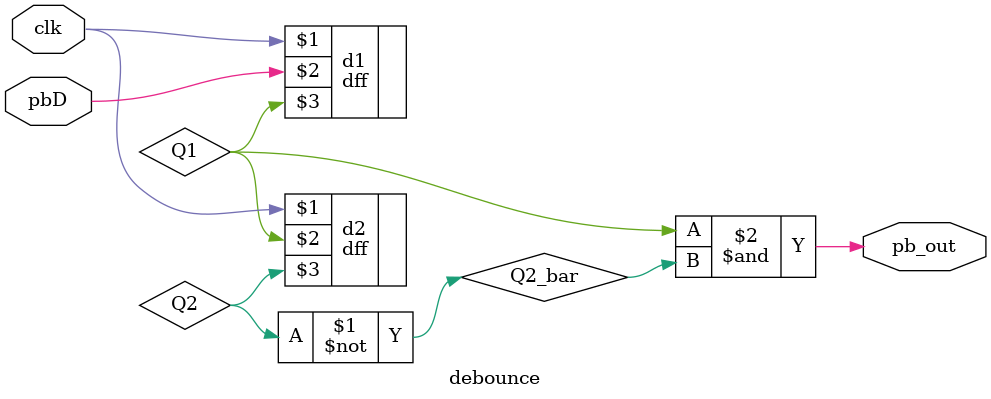
<source format=v>
`timescale 1ns / 1ps


module debounce(input clk,
                input pbD,
                output pb_out);

wire Q1,Q2,Q2_bar,Q0;
dff d1(clk, pbD,Q1);
dff d2(clk, Q1,Q2);

assign Q2_bar = ~Q2;
assign pb_out = Q1 & Q2_bar;

endmodule

</source>
